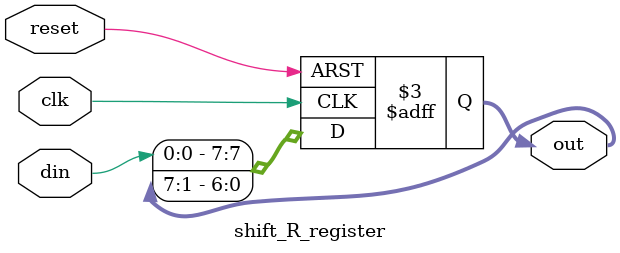
<source format=v>
/*
*	Description: Shift right register.
*	Author: Aarón Escoboza Villegas
*/

module shift_R_register #(parameter n = 8)
(
	input clk, 
	input reset,
	input din,
	output reg [n-1:0]out
);



always @(posedge clk,negedge reset)
begin
	if(!reset)
		out <= 0;
	else
		out <= {din,out[7:1]};
	
end

endmodule
</source>
